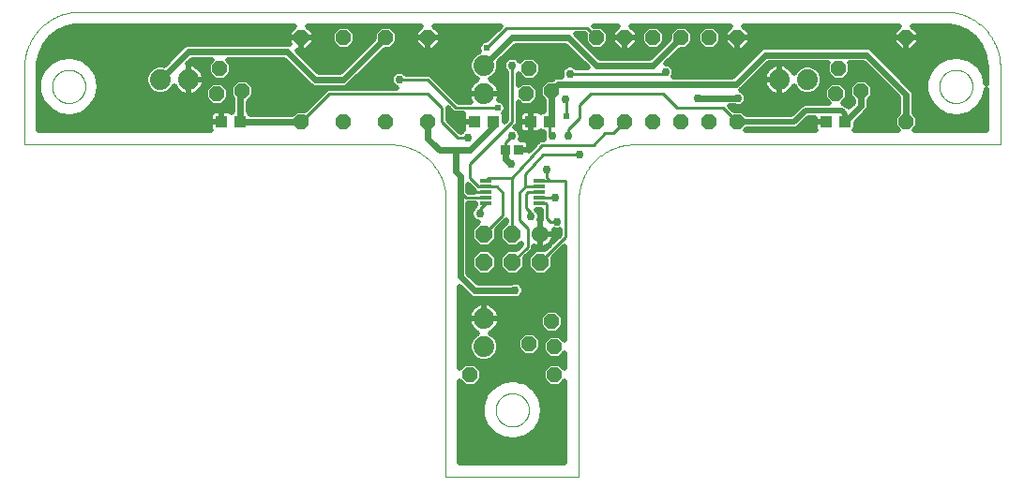
<source format=gtl>
G75*
%MOIN*%
%OFA0B0*%
%FSLAX25Y25*%
%IPPOS*%
%LPD*%
%AMOC8*
5,1,8,0,0,1.08239X$1,22.5*
%
%ADD10C,0.00004*%
%ADD11R,0.04331X0.03937*%
%ADD12OC8,0.05200*%
%ADD13C,0.06000*%
%ADD14OC8,0.06000*%
%ADD15C,0.07400*%
%ADD16R,0.04016X0.01181*%
%ADD17R,0.03346X0.03543*%
%ADD18C,0.02978*%
%ADD19C,0.01000*%
%ADD20C,0.02400*%
%ADD21C,0.02000*%
%ADD22C,0.02387*%
D10*
X0158378Y0010858D02*
X0158378Y0109283D01*
X0158372Y0109759D01*
X0158355Y0110234D01*
X0158326Y0110709D01*
X0158286Y0111183D01*
X0158234Y0111656D01*
X0158171Y0112127D01*
X0158097Y0112597D01*
X0158011Y0113065D01*
X0157914Y0113531D01*
X0157806Y0113994D01*
X0157687Y0114454D01*
X0157556Y0114912D01*
X0157415Y0115366D01*
X0157262Y0115817D01*
X0157099Y0116263D01*
X0156925Y0116706D01*
X0156740Y0117144D01*
X0156545Y0117578D01*
X0156339Y0118007D01*
X0156123Y0118431D01*
X0155897Y0118850D01*
X0155661Y0119263D01*
X0155415Y0119670D01*
X0155159Y0120071D01*
X0154893Y0120465D01*
X0154618Y0120854D01*
X0154334Y0121235D01*
X0154041Y0121609D01*
X0153739Y0121977D01*
X0153427Y0122337D01*
X0153108Y0122689D01*
X0152780Y0123033D01*
X0152443Y0123370D01*
X0152099Y0123698D01*
X0151747Y0124017D01*
X0151387Y0124329D01*
X0151019Y0124631D01*
X0150645Y0124924D01*
X0150264Y0125208D01*
X0149875Y0125483D01*
X0149481Y0125749D01*
X0149080Y0126005D01*
X0148673Y0126251D01*
X0148260Y0126487D01*
X0147841Y0126713D01*
X0147417Y0126929D01*
X0146988Y0127135D01*
X0146554Y0127330D01*
X0146116Y0127515D01*
X0145673Y0127689D01*
X0145227Y0127852D01*
X0144776Y0128005D01*
X0144322Y0128146D01*
X0143864Y0128277D01*
X0143404Y0128396D01*
X0142941Y0128504D01*
X0142475Y0128601D01*
X0142007Y0128687D01*
X0141537Y0128761D01*
X0141066Y0128824D01*
X0140593Y0128876D01*
X0140119Y0128916D01*
X0139644Y0128945D01*
X0139169Y0128962D01*
X0138693Y0128968D01*
X0138693Y0128969D02*
X0008569Y0128969D01*
X0008569Y0156528D01*
X0018411Y0149638D02*
X0018413Y0149791D01*
X0018419Y0149945D01*
X0018429Y0150098D01*
X0018443Y0150250D01*
X0018461Y0150403D01*
X0018483Y0150554D01*
X0018508Y0150705D01*
X0018538Y0150856D01*
X0018572Y0151006D01*
X0018609Y0151154D01*
X0018650Y0151302D01*
X0018695Y0151448D01*
X0018744Y0151594D01*
X0018797Y0151738D01*
X0018853Y0151880D01*
X0018913Y0152021D01*
X0018977Y0152161D01*
X0019044Y0152299D01*
X0019115Y0152435D01*
X0019190Y0152569D01*
X0019267Y0152701D01*
X0019349Y0152831D01*
X0019433Y0152959D01*
X0019521Y0153085D01*
X0019612Y0153208D01*
X0019706Y0153329D01*
X0019804Y0153447D01*
X0019904Y0153563D01*
X0020008Y0153676D01*
X0020114Y0153787D01*
X0020223Y0153895D01*
X0020335Y0154000D01*
X0020449Y0154101D01*
X0020567Y0154200D01*
X0020686Y0154296D01*
X0020808Y0154389D01*
X0020933Y0154478D01*
X0021060Y0154565D01*
X0021189Y0154647D01*
X0021320Y0154727D01*
X0021453Y0154803D01*
X0021588Y0154876D01*
X0021725Y0154945D01*
X0021864Y0155010D01*
X0022004Y0155072D01*
X0022146Y0155130D01*
X0022289Y0155185D01*
X0022434Y0155236D01*
X0022580Y0155283D01*
X0022727Y0155326D01*
X0022875Y0155365D01*
X0023024Y0155401D01*
X0023174Y0155432D01*
X0023325Y0155460D01*
X0023476Y0155484D01*
X0023629Y0155504D01*
X0023781Y0155520D01*
X0023934Y0155532D01*
X0024087Y0155540D01*
X0024240Y0155544D01*
X0024394Y0155544D01*
X0024547Y0155540D01*
X0024700Y0155532D01*
X0024853Y0155520D01*
X0025005Y0155504D01*
X0025158Y0155484D01*
X0025309Y0155460D01*
X0025460Y0155432D01*
X0025610Y0155401D01*
X0025759Y0155365D01*
X0025907Y0155326D01*
X0026054Y0155283D01*
X0026200Y0155236D01*
X0026345Y0155185D01*
X0026488Y0155130D01*
X0026630Y0155072D01*
X0026770Y0155010D01*
X0026909Y0154945D01*
X0027046Y0154876D01*
X0027181Y0154803D01*
X0027314Y0154727D01*
X0027445Y0154647D01*
X0027574Y0154565D01*
X0027701Y0154478D01*
X0027826Y0154389D01*
X0027948Y0154296D01*
X0028067Y0154200D01*
X0028185Y0154101D01*
X0028299Y0154000D01*
X0028411Y0153895D01*
X0028520Y0153787D01*
X0028626Y0153676D01*
X0028730Y0153563D01*
X0028830Y0153447D01*
X0028928Y0153329D01*
X0029022Y0153208D01*
X0029113Y0153085D01*
X0029201Y0152959D01*
X0029285Y0152831D01*
X0029367Y0152701D01*
X0029444Y0152569D01*
X0029519Y0152435D01*
X0029590Y0152299D01*
X0029657Y0152161D01*
X0029721Y0152021D01*
X0029781Y0151880D01*
X0029837Y0151738D01*
X0029890Y0151594D01*
X0029939Y0151448D01*
X0029984Y0151302D01*
X0030025Y0151154D01*
X0030062Y0151006D01*
X0030096Y0150856D01*
X0030126Y0150705D01*
X0030151Y0150554D01*
X0030173Y0150403D01*
X0030191Y0150250D01*
X0030205Y0150098D01*
X0030215Y0149945D01*
X0030221Y0149791D01*
X0030223Y0149638D01*
X0030221Y0149485D01*
X0030215Y0149331D01*
X0030205Y0149178D01*
X0030191Y0149026D01*
X0030173Y0148873D01*
X0030151Y0148722D01*
X0030126Y0148571D01*
X0030096Y0148420D01*
X0030062Y0148270D01*
X0030025Y0148122D01*
X0029984Y0147974D01*
X0029939Y0147828D01*
X0029890Y0147682D01*
X0029837Y0147538D01*
X0029781Y0147396D01*
X0029721Y0147255D01*
X0029657Y0147115D01*
X0029590Y0146977D01*
X0029519Y0146841D01*
X0029444Y0146707D01*
X0029367Y0146575D01*
X0029285Y0146445D01*
X0029201Y0146317D01*
X0029113Y0146191D01*
X0029022Y0146068D01*
X0028928Y0145947D01*
X0028830Y0145829D01*
X0028730Y0145713D01*
X0028626Y0145600D01*
X0028520Y0145489D01*
X0028411Y0145381D01*
X0028299Y0145276D01*
X0028185Y0145175D01*
X0028067Y0145076D01*
X0027948Y0144980D01*
X0027826Y0144887D01*
X0027701Y0144798D01*
X0027574Y0144711D01*
X0027445Y0144629D01*
X0027314Y0144549D01*
X0027181Y0144473D01*
X0027046Y0144400D01*
X0026909Y0144331D01*
X0026770Y0144266D01*
X0026630Y0144204D01*
X0026488Y0144146D01*
X0026345Y0144091D01*
X0026200Y0144040D01*
X0026054Y0143993D01*
X0025907Y0143950D01*
X0025759Y0143911D01*
X0025610Y0143875D01*
X0025460Y0143844D01*
X0025309Y0143816D01*
X0025158Y0143792D01*
X0025005Y0143772D01*
X0024853Y0143756D01*
X0024700Y0143744D01*
X0024547Y0143736D01*
X0024394Y0143732D01*
X0024240Y0143732D01*
X0024087Y0143736D01*
X0023934Y0143744D01*
X0023781Y0143756D01*
X0023629Y0143772D01*
X0023476Y0143792D01*
X0023325Y0143816D01*
X0023174Y0143844D01*
X0023024Y0143875D01*
X0022875Y0143911D01*
X0022727Y0143950D01*
X0022580Y0143993D01*
X0022434Y0144040D01*
X0022289Y0144091D01*
X0022146Y0144146D01*
X0022004Y0144204D01*
X0021864Y0144266D01*
X0021725Y0144331D01*
X0021588Y0144400D01*
X0021453Y0144473D01*
X0021320Y0144549D01*
X0021189Y0144629D01*
X0021060Y0144711D01*
X0020933Y0144798D01*
X0020808Y0144887D01*
X0020686Y0144980D01*
X0020567Y0145076D01*
X0020449Y0145175D01*
X0020335Y0145276D01*
X0020223Y0145381D01*
X0020114Y0145489D01*
X0020008Y0145600D01*
X0019904Y0145713D01*
X0019804Y0145829D01*
X0019706Y0145947D01*
X0019612Y0146068D01*
X0019521Y0146191D01*
X0019433Y0146317D01*
X0019349Y0146445D01*
X0019267Y0146575D01*
X0019190Y0146707D01*
X0019115Y0146841D01*
X0019044Y0146977D01*
X0018977Y0147115D01*
X0018913Y0147255D01*
X0018853Y0147396D01*
X0018797Y0147538D01*
X0018744Y0147682D01*
X0018695Y0147828D01*
X0018650Y0147974D01*
X0018609Y0148122D01*
X0018572Y0148270D01*
X0018538Y0148420D01*
X0018508Y0148571D01*
X0018483Y0148722D01*
X0018461Y0148873D01*
X0018443Y0149026D01*
X0018429Y0149178D01*
X0018419Y0149331D01*
X0018413Y0149485D01*
X0018411Y0149638D01*
X0008569Y0156528D02*
X0008575Y0157004D01*
X0008592Y0157479D01*
X0008621Y0157954D01*
X0008661Y0158428D01*
X0008713Y0158901D01*
X0008776Y0159372D01*
X0008850Y0159842D01*
X0008936Y0160310D01*
X0009033Y0160776D01*
X0009141Y0161239D01*
X0009260Y0161699D01*
X0009391Y0162157D01*
X0009532Y0162611D01*
X0009685Y0163062D01*
X0009848Y0163508D01*
X0010022Y0163951D01*
X0010207Y0164389D01*
X0010402Y0164823D01*
X0010608Y0165252D01*
X0010824Y0165676D01*
X0011050Y0166095D01*
X0011286Y0166508D01*
X0011532Y0166915D01*
X0011788Y0167316D01*
X0012054Y0167710D01*
X0012329Y0168099D01*
X0012613Y0168480D01*
X0012906Y0168854D01*
X0013208Y0169222D01*
X0013520Y0169582D01*
X0013839Y0169934D01*
X0014167Y0170278D01*
X0014504Y0170615D01*
X0014848Y0170943D01*
X0015200Y0171262D01*
X0015560Y0171574D01*
X0015928Y0171876D01*
X0016302Y0172169D01*
X0016683Y0172453D01*
X0017072Y0172728D01*
X0017466Y0172994D01*
X0017867Y0173250D01*
X0018274Y0173496D01*
X0018687Y0173732D01*
X0019106Y0173958D01*
X0019530Y0174174D01*
X0019959Y0174380D01*
X0020393Y0174575D01*
X0020831Y0174760D01*
X0021274Y0174934D01*
X0021720Y0175097D01*
X0022171Y0175250D01*
X0022625Y0175391D01*
X0023083Y0175522D01*
X0023543Y0175641D01*
X0024006Y0175749D01*
X0024472Y0175846D01*
X0024940Y0175932D01*
X0025410Y0176006D01*
X0025881Y0176069D01*
X0026354Y0176121D01*
X0026828Y0176161D01*
X0027303Y0176190D01*
X0027778Y0176207D01*
X0028254Y0176213D01*
X0335746Y0176213D01*
X0336222Y0176207D01*
X0336697Y0176190D01*
X0337172Y0176161D01*
X0337646Y0176121D01*
X0338119Y0176069D01*
X0338590Y0176006D01*
X0339060Y0175932D01*
X0339528Y0175846D01*
X0339994Y0175749D01*
X0340457Y0175641D01*
X0340917Y0175522D01*
X0341375Y0175391D01*
X0341829Y0175250D01*
X0342280Y0175097D01*
X0342726Y0174934D01*
X0343169Y0174760D01*
X0343607Y0174575D01*
X0344041Y0174380D01*
X0344470Y0174174D01*
X0344894Y0173958D01*
X0345313Y0173732D01*
X0345726Y0173496D01*
X0346133Y0173250D01*
X0346534Y0172994D01*
X0346928Y0172728D01*
X0347317Y0172453D01*
X0347698Y0172169D01*
X0348072Y0171876D01*
X0348440Y0171574D01*
X0348800Y0171262D01*
X0349152Y0170943D01*
X0349496Y0170615D01*
X0349833Y0170278D01*
X0350161Y0169934D01*
X0350480Y0169582D01*
X0350792Y0169222D01*
X0351094Y0168854D01*
X0351387Y0168480D01*
X0351671Y0168099D01*
X0351946Y0167710D01*
X0352212Y0167316D01*
X0352468Y0166915D01*
X0352714Y0166508D01*
X0352950Y0166095D01*
X0353176Y0165676D01*
X0353392Y0165252D01*
X0353598Y0164823D01*
X0353793Y0164389D01*
X0353978Y0163951D01*
X0354152Y0163508D01*
X0354315Y0163062D01*
X0354468Y0162611D01*
X0354609Y0162157D01*
X0354740Y0161699D01*
X0354859Y0161239D01*
X0354967Y0160776D01*
X0355064Y0160310D01*
X0355150Y0159842D01*
X0355224Y0159372D01*
X0355287Y0158901D01*
X0355339Y0158428D01*
X0355379Y0157954D01*
X0355408Y0157479D01*
X0355425Y0157004D01*
X0355431Y0156528D01*
X0355431Y0128969D01*
X0225307Y0128969D01*
X0225307Y0128968D02*
X0224831Y0128962D01*
X0224356Y0128945D01*
X0223881Y0128916D01*
X0223407Y0128876D01*
X0222934Y0128824D01*
X0222463Y0128761D01*
X0221993Y0128687D01*
X0221525Y0128601D01*
X0221059Y0128504D01*
X0220596Y0128396D01*
X0220136Y0128277D01*
X0219678Y0128146D01*
X0219224Y0128005D01*
X0218773Y0127852D01*
X0218327Y0127689D01*
X0217884Y0127515D01*
X0217446Y0127330D01*
X0217012Y0127135D01*
X0216583Y0126929D01*
X0216159Y0126713D01*
X0215740Y0126487D01*
X0215327Y0126251D01*
X0214920Y0126005D01*
X0214519Y0125749D01*
X0214125Y0125483D01*
X0213736Y0125208D01*
X0213355Y0124924D01*
X0212981Y0124631D01*
X0212613Y0124329D01*
X0212253Y0124017D01*
X0211901Y0123698D01*
X0211557Y0123370D01*
X0211220Y0123033D01*
X0210892Y0122689D01*
X0210573Y0122337D01*
X0210261Y0121977D01*
X0209959Y0121609D01*
X0209666Y0121235D01*
X0209382Y0120854D01*
X0209107Y0120465D01*
X0208841Y0120071D01*
X0208585Y0119670D01*
X0208339Y0119263D01*
X0208103Y0118850D01*
X0207877Y0118431D01*
X0207661Y0118007D01*
X0207455Y0117578D01*
X0207260Y0117144D01*
X0207075Y0116706D01*
X0206901Y0116263D01*
X0206738Y0115817D01*
X0206585Y0115366D01*
X0206444Y0114912D01*
X0206313Y0114454D01*
X0206194Y0113994D01*
X0206086Y0113531D01*
X0205989Y0113065D01*
X0205903Y0112597D01*
X0205829Y0112127D01*
X0205766Y0111656D01*
X0205714Y0111183D01*
X0205674Y0110709D01*
X0205645Y0110234D01*
X0205628Y0109759D01*
X0205622Y0109283D01*
X0205622Y0010858D01*
X0158378Y0010858D01*
X0176094Y0034480D02*
X0176096Y0034633D01*
X0176102Y0034787D01*
X0176112Y0034940D01*
X0176126Y0035092D01*
X0176144Y0035245D01*
X0176166Y0035396D01*
X0176191Y0035547D01*
X0176221Y0035698D01*
X0176255Y0035848D01*
X0176292Y0035996D01*
X0176333Y0036144D01*
X0176378Y0036290D01*
X0176427Y0036436D01*
X0176480Y0036580D01*
X0176536Y0036722D01*
X0176596Y0036863D01*
X0176660Y0037003D01*
X0176727Y0037141D01*
X0176798Y0037277D01*
X0176873Y0037411D01*
X0176950Y0037543D01*
X0177032Y0037673D01*
X0177116Y0037801D01*
X0177204Y0037927D01*
X0177295Y0038050D01*
X0177389Y0038171D01*
X0177487Y0038289D01*
X0177587Y0038405D01*
X0177691Y0038518D01*
X0177797Y0038629D01*
X0177906Y0038737D01*
X0178018Y0038842D01*
X0178132Y0038943D01*
X0178250Y0039042D01*
X0178369Y0039138D01*
X0178491Y0039231D01*
X0178616Y0039320D01*
X0178743Y0039407D01*
X0178872Y0039489D01*
X0179003Y0039569D01*
X0179136Y0039645D01*
X0179271Y0039718D01*
X0179408Y0039787D01*
X0179547Y0039852D01*
X0179687Y0039914D01*
X0179829Y0039972D01*
X0179972Y0040027D01*
X0180117Y0040078D01*
X0180263Y0040125D01*
X0180410Y0040168D01*
X0180558Y0040207D01*
X0180707Y0040243D01*
X0180857Y0040274D01*
X0181008Y0040302D01*
X0181159Y0040326D01*
X0181312Y0040346D01*
X0181464Y0040362D01*
X0181617Y0040374D01*
X0181770Y0040382D01*
X0181923Y0040386D01*
X0182077Y0040386D01*
X0182230Y0040382D01*
X0182383Y0040374D01*
X0182536Y0040362D01*
X0182688Y0040346D01*
X0182841Y0040326D01*
X0182992Y0040302D01*
X0183143Y0040274D01*
X0183293Y0040243D01*
X0183442Y0040207D01*
X0183590Y0040168D01*
X0183737Y0040125D01*
X0183883Y0040078D01*
X0184028Y0040027D01*
X0184171Y0039972D01*
X0184313Y0039914D01*
X0184453Y0039852D01*
X0184592Y0039787D01*
X0184729Y0039718D01*
X0184864Y0039645D01*
X0184997Y0039569D01*
X0185128Y0039489D01*
X0185257Y0039407D01*
X0185384Y0039320D01*
X0185509Y0039231D01*
X0185631Y0039138D01*
X0185750Y0039042D01*
X0185868Y0038943D01*
X0185982Y0038842D01*
X0186094Y0038737D01*
X0186203Y0038629D01*
X0186309Y0038518D01*
X0186413Y0038405D01*
X0186513Y0038289D01*
X0186611Y0038171D01*
X0186705Y0038050D01*
X0186796Y0037927D01*
X0186884Y0037801D01*
X0186968Y0037673D01*
X0187050Y0037543D01*
X0187127Y0037411D01*
X0187202Y0037277D01*
X0187273Y0037141D01*
X0187340Y0037003D01*
X0187404Y0036863D01*
X0187464Y0036722D01*
X0187520Y0036580D01*
X0187573Y0036436D01*
X0187622Y0036290D01*
X0187667Y0036144D01*
X0187708Y0035996D01*
X0187745Y0035848D01*
X0187779Y0035698D01*
X0187809Y0035547D01*
X0187834Y0035396D01*
X0187856Y0035245D01*
X0187874Y0035092D01*
X0187888Y0034940D01*
X0187898Y0034787D01*
X0187904Y0034633D01*
X0187906Y0034480D01*
X0187904Y0034327D01*
X0187898Y0034173D01*
X0187888Y0034020D01*
X0187874Y0033868D01*
X0187856Y0033715D01*
X0187834Y0033564D01*
X0187809Y0033413D01*
X0187779Y0033262D01*
X0187745Y0033112D01*
X0187708Y0032964D01*
X0187667Y0032816D01*
X0187622Y0032670D01*
X0187573Y0032524D01*
X0187520Y0032380D01*
X0187464Y0032238D01*
X0187404Y0032097D01*
X0187340Y0031957D01*
X0187273Y0031819D01*
X0187202Y0031683D01*
X0187127Y0031549D01*
X0187050Y0031417D01*
X0186968Y0031287D01*
X0186884Y0031159D01*
X0186796Y0031033D01*
X0186705Y0030910D01*
X0186611Y0030789D01*
X0186513Y0030671D01*
X0186413Y0030555D01*
X0186309Y0030442D01*
X0186203Y0030331D01*
X0186094Y0030223D01*
X0185982Y0030118D01*
X0185868Y0030017D01*
X0185750Y0029918D01*
X0185631Y0029822D01*
X0185509Y0029729D01*
X0185384Y0029640D01*
X0185257Y0029553D01*
X0185128Y0029471D01*
X0184997Y0029391D01*
X0184864Y0029315D01*
X0184729Y0029242D01*
X0184592Y0029173D01*
X0184453Y0029108D01*
X0184313Y0029046D01*
X0184171Y0028988D01*
X0184028Y0028933D01*
X0183883Y0028882D01*
X0183737Y0028835D01*
X0183590Y0028792D01*
X0183442Y0028753D01*
X0183293Y0028717D01*
X0183143Y0028686D01*
X0182992Y0028658D01*
X0182841Y0028634D01*
X0182688Y0028614D01*
X0182536Y0028598D01*
X0182383Y0028586D01*
X0182230Y0028578D01*
X0182077Y0028574D01*
X0181923Y0028574D01*
X0181770Y0028578D01*
X0181617Y0028586D01*
X0181464Y0028598D01*
X0181312Y0028614D01*
X0181159Y0028634D01*
X0181008Y0028658D01*
X0180857Y0028686D01*
X0180707Y0028717D01*
X0180558Y0028753D01*
X0180410Y0028792D01*
X0180263Y0028835D01*
X0180117Y0028882D01*
X0179972Y0028933D01*
X0179829Y0028988D01*
X0179687Y0029046D01*
X0179547Y0029108D01*
X0179408Y0029173D01*
X0179271Y0029242D01*
X0179136Y0029315D01*
X0179003Y0029391D01*
X0178872Y0029471D01*
X0178743Y0029553D01*
X0178616Y0029640D01*
X0178491Y0029729D01*
X0178369Y0029822D01*
X0178250Y0029918D01*
X0178132Y0030017D01*
X0178018Y0030118D01*
X0177906Y0030223D01*
X0177797Y0030331D01*
X0177691Y0030442D01*
X0177587Y0030555D01*
X0177487Y0030671D01*
X0177389Y0030789D01*
X0177295Y0030910D01*
X0177204Y0031033D01*
X0177116Y0031159D01*
X0177032Y0031287D01*
X0176950Y0031417D01*
X0176873Y0031549D01*
X0176798Y0031683D01*
X0176727Y0031819D01*
X0176660Y0031957D01*
X0176596Y0032097D01*
X0176536Y0032238D01*
X0176480Y0032380D01*
X0176427Y0032524D01*
X0176378Y0032670D01*
X0176333Y0032816D01*
X0176292Y0032964D01*
X0176255Y0033112D01*
X0176221Y0033262D01*
X0176191Y0033413D01*
X0176166Y0033564D01*
X0176144Y0033715D01*
X0176126Y0033868D01*
X0176112Y0034020D01*
X0176102Y0034173D01*
X0176096Y0034327D01*
X0176094Y0034480D01*
X0333777Y0149638D02*
X0333779Y0149791D01*
X0333785Y0149945D01*
X0333795Y0150098D01*
X0333809Y0150250D01*
X0333827Y0150403D01*
X0333849Y0150554D01*
X0333874Y0150705D01*
X0333904Y0150856D01*
X0333938Y0151006D01*
X0333975Y0151154D01*
X0334016Y0151302D01*
X0334061Y0151448D01*
X0334110Y0151594D01*
X0334163Y0151738D01*
X0334219Y0151880D01*
X0334279Y0152021D01*
X0334343Y0152161D01*
X0334410Y0152299D01*
X0334481Y0152435D01*
X0334556Y0152569D01*
X0334633Y0152701D01*
X0334715Y0152831D01*
X0334799Y0152959D01*
X0334887Y0153085D01*
X0334978Y0153208D01*
X0335072Y0153329D01*
X0335170Y0153447D01*
X0335270Y0153563D01*
X0335374Y0153676D01*
X0335480Y0153787D01*
X0335589Y0153895D01*
X0335701Y0154000D01*
X0335815Y0154101D01*
X0335933Y0154200D01*
X0336052Y0154296D01*
X0336174Y0154389D01*
X0336299Y0154478D01*
X0336426Y0154565D01*
X0336555Y0154647D01*
X0336686Y0154727D01*
X0336819Y0154803D01*
X0336954Y0154876D01*
X0337091Y0154945D01*
X0337230Y0155010D01*
X0337370Y0155072D01*
X0337512Y0155130D01*
X0337655Y0155185D01*
X0337800Y0155236D01*
X0337946Y0155283D01*
X0338093Y0155326D01*
X0338241Y0155365D01*
X0338390Y0155401D01*
X0338540Y0155432D01*
X0338691Y0155460D01*
X0338842Y0155484D01*
X0338995Y0155504D01*
X0339147Y0155520D01*
X0339300Y0155532D01*
X0339453Y0155540D01*
X0339606Y0155544D01*
X0339760Y0155544D01*
X0339913Y0155540D01*
X0340066Y0155532D01*
X0340219Y0155520D01*
X0340371Y0155504D01*
X0340524Y0155484D01*
X0340675Y0155460D01*
X0340826Y0155432D01*
X0340976Y0155401D01*
X0341125Y0155365D01*
X0341273Y0155326D01*
X0341420Y0155283D01*
X0341566Y0155236D01*
X0341711Y0155185D01*
X0341854Y0155130D01*
X0341996Y0155072D01*
X0342136Y0155010D01*
X0342275Y0154945D01*
X0342412Y0154876D01*
X0342547Y0154803D01*
X0342680Y0154727D01*
X0342811Y0154647D01*
X0342940Y0154565D01*
X0343067Y0154478D01*
X0343192Y0154389D01*
X0343314Y0154296D01*
X0343433Y0154200D01*
X0343551Y0154101D01*
X0343665Y0154000D01*
X0343777Y0153895D01*
X0343886Y0153787D01*
X0343992Y0153676D01*
X0344096Y0153563D01*
X0344196Y0153447D01*
X0344294Y0153329D01*
X0344388Y0153208D01*
X0344479Y0153085D01*
X0344567Y0152959D01*
X0344651Y0152831D01*
X0344733Y0152701D01*
X0344810Y0152569D01*
X0344885Y0152435D01*
X0344956Y0152299D01*
X0345023Y0152161D01*
X0345087Y0152021D01*
X0345147Y0151880D01*
X0345203Y0151738D01*
X0345256Y0151594D01*
X0345305Y0151448D01*
X0345350Y0151302D01*
X0345391Y0151154D01*
X0345428Y0151006D01*
X0345462Y0150856D01*
X0345492Y0150705D01*
X0345517Y0150554D01*
X0345539Y0150403D01*
X0345557Y0150250D01*
X0345571Y0150098D01*
X0345581Y0149945D01*
X0345587Y0149791D01*
X0345589Y0149638D01*
X0345587Y0149485D01*
X0345581Y0149331D01*
X0345571Y0149178D01*
X0345557Y0149026D01*
X0345539Y0148873D01*
X0345517Y0148722D01*
X0345492Y0148571D01*
X0345462Y0148420D01*
X0345428Y0148270D01*
X0345391Y0148122D01*
X0345350Y0147974D01*
X0345305Y0147828D01*
X0345256Y0147682D01*
X0345203Y0147538D01*
X0345147Y0147396D01*
X0345087Y0147255D01*
X0345023Y0147115D01*
X0344956Y0146977D01*
X0344885Y0146841D01*
X0344810Y0146707D01*
X0344733Y0146575D01*
X0344651Y0146445D01*
X0344567Y0146317D01*
X0344479Y0146191D01*
X0344388Y0146068D01*
X0344294Y0145947D01*
X0344196Y0145829D01*
X0344096Y0145713D01*
X0343992Y0145600D01*
X0343886Y0145489D01*
X0343777Y0145381D01*
X0343665Y0145276D01*
X0343551Y0145175D01*
X0343433Y0145076D01*
X0343314Y0144980D01*
X0343192Y0144887D01*
X0343067Y0144798D01*
X0342940Y0144711D01*
X0342811Y0144629D01*
X0342680Y0144549D01*
X0342547Y0144473D01*
X0342412Y0144400D01*
X0342275Y0144331D01*
X0342136Y0144266D01*
X0341996Y0144204D01*
X0341854Y0144146D01*
X0341711Y0144091D01*
X0341566Y0144040D01*
X0341420Y0143993D01*
X0341273Y0143950D01*
X0341125Y0143911D01*
X0340976Y0143875D01*
X0340826Y0143844D01*
X0340675Y0143816D01*
X0340524Y0143792D01*
X0340371Y0143772D01*
X0340219Y0143756D01*
X0340066Y0143744D01*
X0339913Y0143736D01*
X0339760Y0143732D01*
X0339606Y0143732D01*
X0339453Y0143736D01*
X0339300Y0143744D01*
X0339147Y0143756D01*
X0338995Y0143772D01*
X0338842Y0143792D01*
X0338691Y0143816D01*
X0338540Y0143844D01*
X0338390Y0143875D01*
X0338241Y0143911D01*
X0338093Y0143950D01*
X0337946Y0143993D01*
X0337800Y0144040D01*
X0337655Y0144091D01*
X0337512Y0144146D01*
X0337370Y0144204D01*
X0337230Y0144266D01*
X0337091Y0144331D01*
X0336954Y0144400D01*
X0336819Y0144473D01*
X0336686Y0144549D01*
X0336555Y0144629D01*
X0336426Y0144711D01*
X0336299Y0144798D01*
X0336174Y0144887D01*
X0336052Y0144980D01*
X0335933Y0145076D01*
X0335815Y0145175D01*
X0335701Y0145276D01*
X0335589Y0145381D01*
X0335480Y0145489D01*
X0335374Y0145600D01*
X0335270Y0145713D01*
X0335170Y0145829D01*
X0335072Y0145947D01*
X0334978Y0146068D01*
X0334887Y0146191D01*
X0334799Y0146317D01*
X0334715Y0146445D01*
X0334633Y0146575D01*
X0334556Y0146707D01*
X0334481Y0146841D01*
X0334410Y0146977D01*
X0334343Y0147115D01*
X0334279Y0147255D01*
X0334219Y0147396D01*
X0334163Y0147538D01*
X0334110Y0147682D01*
X0334061Y0147828D01*
X0334016Y0147974D01*
X0333975Y0148122D01*
X0333938Y0148270D01*
X0333904Y0148420D01*
X0333874Y0148571D01*
X0333849Y0148722D01*
X0333827Y0148873D01*
X0333809Y0149026D01*
X0333795Y0149178D01*
X0333785Y0149331D01*
X0333779Y0149485D01*
X0333777Y0149638D01*
D11*
X0300346Y0137000D03*
X0293654Y0137000D03*
X0195346Y0137000D03*
X0188654Y0137000D03*
X0175346Y0137000D03*
X0168654Y0137000D03*
X0085346Y0137000D03*
X0078654Y0137000D03*
D12*
X0077000Y0147000D03*
X0086000Y0148000D03*
X0078000Y0156000D03*
X0107000Y0167000D03*
X0122000Y0167000D03*
X0137000Y0167000D03*
X0152000Y0167000D03*
X0188000Y0156000D03*
X0196000Y0148000D03*
X0187000Y0147000D03*
X0212000Y0137000D03*
X0222000Y0137000D03*
X0232000Y0137000D03*
X0242000Y0137000D03*
X0252000Y0137000D03*
X0262000Y0137000D03*
X0297000Y0147000D03*
X0306000Y0148000D03*
X0298000Y0156000D03*
X0322000Y0167000D03*
X0322000Y0137000D03*
X0262000Y0167000D03*
X0252000Y0167000D03*
X0242000Y0167000D03*
X0232000Y0167000D03*
X0222000Y0167000D03*
X0212000Y0167000D03*
X0152000Y0137000D03*
X0137000Y0137000D03*
X0122000Y0137000D03*
X0107000Y0137000D03*
X0196000Y0066000D03*
X0197000Y0057000D03*
X0188000Y0058000D03*
X0197000Y0047000D03*
X0167000Y0047000D03*
D13*
X0192000Y0097000D03*
D14*
X0182000Y0097000D03*
X0172000Y0097000D03*
X0172000Y0087000D03*
X0182000Y0087000D03*
X0192000Y0087000D03*
D15*
X0172000Y0067000D03*
X0172000Y0057000D03*
X0172000Y0147000D03*
X0172000Y0157000D03*
X0067000Y0152000D03*
X0057000Y0152000D03*
X0277000Y0152000D03*
X0287000Y0152000D03*
D16*
X0191449Y0115937D03*
X0191449Y0113969D03*
X0191449Y0112000D03*
X0191449Y0110031D03*
X0191449Y0108063D03*
X0172551Y0108063D03*
X0172551Y0110031D03*
X0172551Y0112000D03*
X0172551Y0113969D03*
X0172551Y0115937D03*
D17*
X0179717Y0127000D03*
X0184283Y0127000D03*
D18*
X0182000Y0132000D03*
X0196178Y0132000D03*
X0202000Y0132000D03*
X0205833Y0125362D03*
X0194119Y0119892D03*
X0181552Y0122021D03*
X0166100Y0131400D03*
X0201047Y0145015D03*
X0202500Y0154200D03*
X0182000Y0157000D03*
X0142000Y0152000D03*
X0197108Y0110100D03*
X0188700Y0103500D03*
X0197797Y0101515D03*
X0170400Y0104300D03*
X0183000Y0077000D03*
X0247800Y0145400D03*
X0262200Y0145400D03*
X0236500Y0154611D03*
D19*
X0236089Y0154200D01*
X0202500Y0154200D01*
X0209900Y0147000D02*
X0235661Y0147000D01*
X0240661Y0142000D01*
X0257000Y0142000D01*
X0262000Y0137000D01*
X0222000Y0137000D02*
X0217937Y0132937D01*
X0215056Y0132937D01*
X0210819Y0128700D01*
X0192600Y0128700D01*
X0192300Y0128400D01*
X0182000Y0117000D01*
X0182000Y0097000D01*
X0184400Y0102000D02*
X0187400Y0099000D01*
X0187400Y0092400D01*
X0182000Y0087000D01*
X0192000Y0087000D02*
X0200937Y0095937D01*
X0200937Y0115937D01*
X0195300Y0115937D01*
X0194119Y0117118D01*
X0194119Y0119892D01*
X0195300Y0115937D02*
X0191449Y0115937D01*
X0191449Y0113969D02*
X0186569Y0113969D01*
X0186569Y0118269D01*
X0192862Y0125362D01*
X0205833Y0125362D01*
X0202000Y0132000D02*
X0202000Y0134500D01*
X0206000Y0138500D01*
X0206000Y0143100D01*
X0209900Y0147000D01*
X0201100Y0144963D02*
X0201047Y0145015D01*
X0201100Y0144963D02*
X0201100Y0139000D01*
X0195346Y0137000D02*
X0195346Y0132831D01*
X0196178Y0132000D01*
X0188500Y0130000D02*
X0188500Y0136846D01*
X0188654Y0137000D01*
X0182000Y0137000D02*
X0167000Y0122000D01*
X0167000Y0117000D01*
X0170031Y0113969D01*
X0172551Y0113969D01*
X0176531Y0113969D01*
X0178700Y0111800D01*
X0178700Y0103700D01*
X0172000Y0097000D01*
X0170400Y0104300D02*
X0170400Y0105912D01*
X0172551Y0108063D01*
X0172551Y0110031D02*
X0165548Y0110031D01*
X0163580Y0112000D01*
X0167100Y0112900D02*
X0168000Y0112000D01*
X0172551Y0112000D01*
X0172551Y0115937D02*
X0172553Y0116001D01*
X0172559Y0116065D01*
X0172568Y0116129D01*
X0172582Y0116191D01*
X0172599Y0116253D01*
X0172620Y0116314D01*
X0172645Y0116373D01*
X0172673Y0116431D01*
X0172704Y0116487D01*
X0172739Y0116541D01*
X0172777Y0116593D01*
X0172818Y0116642D01*
X0172862Y0116689D01*
X0172909Y0116733D01*
X0172958Y0116774D01*
X0173010Y0116812D01*
X0173064Y0116847D01*
X0173120Y0116878D01*
X0173178Y0116906D01*
X0173237Y0116931D01*
X0173298Y0116952D01*
X0173360Y0116969D01*
X0173422Y0116983D01*
X0173486Y0116992D01*
X0173550Y0116998D01*
X0173614Y0117000D01*
X0182000Y0117000D01*
X0186569Y0113969D02*
X0184400Y0111800D01*
X0184400Y0102000D01*
X0188700Y0103500D02*
X0188700Y0104801D01*
X0187038Y0106463D01*
X0187038Y0111503D01*
X0187535Y0112000D01*
X0191449Y0112000D01*
X0191449Y0110031D02*
X0197040Y0110031D01*
X0197108Y0110100D01*
X0194165Y0107770D02*
X0194165Y0102805D01*
X0195455Y0101515D01*
X0197797Y0101515D01*
X0194165Y0107770D02*
X0193873Y0108063D01*
X0191449Y0108063D01*
X0179717Y0127000D02*
X0179717Y0129717D01*
X0182000Y0132000D01*
X0182000Y0137000D02*
X0182000Y0157000D01*
X0172800Y0163300D02*
X0179900Y0170400D01*
X0208600Y0170400D01*
X0212000Y0167000D01*
X0177000Y0142000D02*
X0162000Y0142000D01*
X0152000Y0152000D01*
X0142000Y0152000D01*
X0152000Y0147000D02*
X0117000Y0147000D01*
X0107000Y0137000D01*
X0152000Y0147000D02*
X0157000Y0142000D01*
X0157000Y0137000D01*
X0162600Y0131400D01*
X0166100Y0131400D01*
D20*
X0167000Y0127000D02*
X0162000Y0127000D01*
X0156296Y0127000D01*
X0153775Y0129116D01*
X0152000Y0130891D01*
X0152000Y0137000D01*
X0162000Y0127000D02*
X0162000Y0119334D01*
X0163580Y0117754D01*
X0163580Y0112000D01*
X0163580Y0082000D01*
X0168580Y0077000D01*
X0183000Y0077000D01*
X0181552Y0122021D02*
X0179717Y0123856D01*
X0179717Y0127000D01*
X0175346Y0135346D02*
X0167000Y0127000D01*
X0175346Y0135346D02*
X0175346Y0137000D01*
X0195346Y0137000D02*
X0196000Y0137654D01*
X0196000Y0148000D01*
X0198289Y0150289D01*
X0261439Y0150289D01*
X0272000Y0160850D01*
X0307900Y0160850D01*
X0322000Y0146750D01*
X0322000Y0137000D01*
X0306000Y0142654D02*
X0300346Y0137000D01*
X0300333Y0137000D01*
X0306000Y0142654D02*
X0306000Y0148000D01*
X0262200Y0145400D02*
X0247800Y0145400D01*
X0232000Y0157000D02*
X0242000Y0167000D01*
X0232000Y0157000D02*
X0212000Y0157000D01*
X0202000Y0167000D01*
X0182000Y0167000D01*
X0172000Y0157000D01*
X0137000Y0167000D02*
X0122000Y0152000D01*
X0112000Y0152000D01*
X0102000Y0162000D01*
X0067000Y0162000D01*
X0057000Y0152000D01*
X0085346Y0147346D02*
X0085346Y0137000D01*
X0107000Y0137000D01*
X0086000Y0148000D02*
X0085346Y0147346D01*
D21*
X0082546Y0145514D02*
X0082546Y0140568D01*
X0082518Y0140568D01*
X0082283Y0140333D01*
X0082047Y0140569D01*
X0081591Y0140832D01*
X0081082Y0140968D01*
X0078654Y0140968D01*
X0078654Y0137000D01*
X0078653Y0137000D01*
X0074488Y0137000D01*
X0078653Y0137000D01*
X0078653Y0137000D01*
X0078653Y0140968D01*
X0076225Y0140968D01*
X0075716Y0140832D01*
X0075260Y0140569D01*
X0074888Y0140197D01*
X0074624Y0139740D01*
X0074488Y0139232D01*
X0074488Y0137000D01*
X0074488Y0134768D01*
X0074624Y0134260D01*
X0074791Y0133970D01*
X0013571Y0133970D01*
X0013571Y0156528D01*
X0013663Y0158172D01*
X0013663Y0158172D01*
X0014395Y0161377D01*
X0015822Y0164339D01*
X0017872Y0166910D01*
X0020442Y0168960D01*
X0023405Y0170387D01*
X0026610Y0171118D01*
X0028254Y0171211D01*
X0104705Y0171211D01*
X0102400Y0168905D01*
X0102400Y0167000D01*
X0107000Y0167000D01*
X0111600Y0167000D01*
X0111600Y0168905D01*
X0109295Y0171211D01*
X0149705Y0171211D01*
X0147400Y0168905D01*
X0147400Y0167000D01*
X0152000Y0167000D01*
X0156600Y0167000D01*
X0156600Y0168905D01*
X0154295Y0171211D01*
X0177741Y0171211D01*
X0172624Y0166094D01*
X0172244Y0166094D01*
X0171217Y0165668D01*
X0170432Y0164882D01*
X0170006Y0163856D01*
X0170006Y0162744D01*
X0170301Y0162033D01*
X0168998Y0161493D01*
X0167507Y0160002D01*
X0166700Y0158054D01*
X0166700Y0155946D01*
X0167507Y0153998D01*
X0168998Y0152507D01*
X0169690Y0152220D01*
X0169013Y0151875D01*
X0168287Y0151348D01*
X0167652Y0150713D01*
X0167125Y0149987D01*
X0166718Y0149188D01*
X0166440Y0148335D01*
X0166300Y0147449D01*
X0166300Y0147000D01*
X0172000Y0147000D01*
X0177700Y0147000D01*
X0177700Y0147449D01*
X0177560Y0148335D01*
X0177282Y0149188D01*
X0176875Y0149987D01*
X0176348Y0150713D01*
X0175713Y0151348D01*
X0174987Y0151875D01*
X0174310Y0152220D01*
X0175002Y0152507D01*
X0176493Y0153998D01*
X0177300Y0155946D01*
X0177300Y0158054D01*
X0177216Y0158256D01*
X0183160Y0164200D01*
X0200840Y0164200D01*
X0208740Y0156300D01*
X0204768Y0156300D01*
X0204250Y0156819D01*
X0203114Y0157289D01*
X0201886Y0157289D01*
X0200750Y0156819D01*
X0199881Y0155950D01*
X0199411Y0154814D01*
X0199411Y0153586D01*
X0199617Y0153089D01*
X0197732Y0153089D01*
X0196703Y0152663D01*
X0196240Y0152200D01*
X0194260Y0152200D01*
X0191800Y0149740D01*
X0191800Y0146260D01*
X0193200Y0144860D01*
X0193200Y0140568D01*
X0192518Y0140568D01*
X0192283Y0140333D01*
X0192047Y0140569D01*
X0191591Y0140832D01*
X0191082Y0140968D01*
X0188654Y0140968D01*
X0188654Y0137000D01*
X0188654Y0133031D01*
X0191082Y0133031D01*
X0191591Y0133168D01*
X0192047Y0133431D01*
X0192283Y0133667D01*
X0192518Y0133431D01*
X0193246Y0133431D01*
X0193246Y0132995D01*
X0193089Y0132614D01*
X0193089Y0131386D01*
X0193332Y0130800D01*
X0191730Y0130800D01*
X0191387Y0130456D01*
X0191325Y0130453D01*
X0190778Y0129847D01*
X0190500Y0129570D01*
X0190500Y0129570D01*
X0190200Y0129270D01*
X0190200Y0129208D01*
X0187957Y0126725D01*
X0187957Y0127000D01*
X0187957Y0129035D01*
X0187820Y0129544D01*
X0187557Y0130000D01*
X0187185Y0130372D01*
X0186729Y0130635D01*
X0186220Y0130772D01*
X0184835Y0130772D01*
X0185089Y0131386D01*
X0185089Y0132614D01*
X0184619Y0133750D01*
X0183750Y0134619D01*
X0182929Y0134959D01*
X0184100Y0136130D01*
X0184100Y0143960D01*
X0185260Y0142800D01*
X0188740Y0142800D01*
X0191200Y0145260D01*
X0191200Y0148740D01*
X0188740Y0151200D01*
X0185260Y0151200D01*
X0184100Y0150040D01*
X0184100Y0153960D01*
X0186260Y0151800D01*
X0189740Y0151800D01*
X0192200Y0154260D01*
X0192200Y0157740D01*
X0189740Y0160200D01*
X0186260Y0160200D01*
X0184675Y0158614D01*
X0184619Y0158750D01*
X0183750Y0159619D01*
X0182614Y0160089D01*
X0181386Y0160089D01*
X0180250Y0159619D01*
X0179381Y0158750D01*
X0178911Y0157614D01*
X0178911Y0156386D01*
X0179381Y0155250D01*
X0179900Y0154732D01*
X0179900Y0137870D01*
X0179112Y0137082D01*
X0179112Y0139631D01*
X0178847Y0139896D01*
X0179368Y0140417D01*
X0179794Y0141444D01*
X0179794Y0142556D01*
X0179368Y0143582D01*
X0178582Y0144368D01*
X0177556Y0144794D01*
X0177273Y0144794D01*
X0177282Y0144812D01*
X0177560Y0145665D01*
X0177700Y0146551D01*
X0177700Y0147000D01*
X0172000Y0147000D01*
X0172000Y0147000D01*
X0172000Y0147000D01*
X0166300Y0147000D01*
X0166300Y0146551D01*
X0166440Y0145665D01*
X0166718Y0144812D01*
X0167080Y0144100D01*
X0162870Y0144100D01*
X0152870Y0154100D01*
X0144268Y0154100D01*
X0143750Y0154619D01*
X0142614Y0155089D01*
X0141386Y0155089D01*
X0140250Y0154619D01*
X0139381Y0153750D01*
X0138911Y0152614D01*
X0138911Y0151386D01*
X0139381Y0150250D01*
X0140250Y0149381D01*
X0140929Y0149100D01*
X0116130Y0149100D01*
X0108230Y0141200D01*
X0105260Y0141200D01*
X0103860Y0139800D01*
X0088943Y0139800D01*
X0088175Y0140568D01*
X0088146Y0140568D01*
X0088146Y0144207D01*
X0090200Y0146260D01*
X0090200Y0149740D01*
X0087740Y0152200D01*
X0084260Y0152200D01*
X0081800Y0149740D01*
X0081800Y0146260D01*
X0082546Y0145514D01*
X0082546Y0144801D02*
X0080740Y0144801D01*
X0081200Y0145260D02*
X0078740Y0142800D01*
X0075260Y0142800D01*
X0072800Y0145260D01*
X0072800Y0148740D01*
X0075260Y0151200D01*
X0078740Y0151200D01*
X0081200Y0148740D01*
X0081200Y0145260D01*
X0081200Y0146799D02*
X0081800Y0146799D01*
X0081800Y0148798D02*
X0081142Y0148798D01*
X0082856Y0150796D02*
X0079144Y0150796D01*
X0079740Y0151800D02*
X0076260Y0151800D01*
X0073800Y0154260D01*
X0073800Y0157740D01*
X0075260Y0159200D01*
X0068160Y0159200D01*
X0066660Y0157700D01*
X0067000Y0157700D01*
X0067000Y0152000D01*
X0067000Y0152000D01*
X0072700Y0152000D01*
X0072700Y0152449D01*
X0072560Y0153335D01*
X0072282Y0154188D01*
X0071875Y0154987D01*
X0071348Y0155713D01*
X0070713Y0156348D01*
X0069987Y0156875D01*
X0069188Y0157282D01*
X0068335Y0157560D01*
X0067449Y0157700D01*
X0067000Y0157700D01*
X0067000Y0152000D01*
X0067000Y0152000D01*
X0072700Y0152000D01*
X0072700Y0151551D01*
X0072560Y0150665D01*
X0072282Y0149812D01*
X0071875Y0149013D01*
X0071348Y0148287D01*
X0070713Y0147652D01*
X0069987Y0147125D01*
X0069188Y0146718D01*
X0068335Y0146440D01*
X0067449Y0146300D01*
X0067000Y0146300D01*
X0067000Y0152000D01*
X0067000Y0152000D01*
X0067000Y0146300D01*
X0066551Y0146300D01*
X0065665Y0146440D01*
X0064812Y0146718D01*
X0064013Y0147125D01*
X0063287Y0147652D01*
X0062652Y0148287D01*
X0062125Y0149013D01*
X0061780Y0149690D01*
X0061493Y0148998D01*
X0060002Y0147507D01*
X0058054Y0146700D01*
X0055946Y0146700D01*
X0053998Y0147507D01*
X0052507Y0148998D01*
X0051700Y0150946D01*
X0051700Y0153054D01*
X0052507Y0155002D01*
X0053998Y0156493D01*
X0055946Y0157300D01*
X0058054Y0157300D01*
X0058256Y0157216D01*
X0064626Y0163586D01*
X0065414Y0164374D01*
X0066443Y0164800D01*
X0102557Y0164800D01*
X0102792Y0164703D01*
X0102400Y0165095D01*
X0102400Y0167000D01*
X0107000Y0167000D01*
X0107000Y0167000D01*
X0111600Y0167000D01*
X0111600Y0165095D01*
X0108905Y0162400D01*
X0107000Y0162400D01*
X0107000Y0167000D01*
X0107000Y0167000D01*
X0107000Y0167000D01*
X0107000Y0162400D01*
X0105560Y0162400D01*
X0113160Y0154800D01*
X0120840Y0154800D01*
X0132800Y0166760D01*
X0132800Y0168740D01*
X0135260Y0171200D01*
X0138740Y0171200D01*
X0141200Y0168740D01*
X0141200Y0165260D01*
X0138740Y0162800D01*
X0136760Y0162800D01*
X0124374Y0150414D01*
X0123586Y0149626D01*
X0122557Y0149200D01*
X0111443Y0149200D01*
X0110414Y0149626D01*
X0109626Y0150414D01*
X0100840Y0159200D01*
X0080740Y0159200D01*
X0082200Y0157740D01*
X0082200Y0154260D01*
X0079740Y0151800D01*
X0080734Y0152795D02*
X0107246Y0152795D01*
X0105247Y0154793D02*
X0082200Y0154793D01*
X0082200Y0156792D02*
X0103249Y0156792D01*
X0101250Y0158790D02*
X0081150Y0158790D01*
X0074850Y0158790D02*
X0067750Y0158790D01*
X0067000Y0156792D02*
X0067000Y0156792D01*
X0067000Y0154793D02*
X0067000Y0154793D01*
X0067000Y0152795D02*
X0067000Y0152795D01*
X0067000Y0150796D02*
X0067000Y0150796D01*
X0067000Y0148798D02*
X0067000Y0148798D01*
X0067000Y0146799D02*
X0067000Y0146799D01*
X0069348Y0146799D02*
X0072800Y0146799D01*
X0072858Y0148798D02*
X0071719Y0148798D01*
X0072580Y0150796D02*
X0074856Y0150796D01*
X0075266Y0152795D02*
X0072645Y0152795D01*
X0071974Y0154793D02*
X0073800Y0154793D01*
X0073800Y0156792D02*
X0070102Y0156792D01*
X0061829Y0160789D02*
X0014261Y0160789D01*
X0013805Y0158790D02*
X0018644Y0158790D01*
X0017744Y0158342D02*
X0021332Y0160129D01*
X0021332Y0160129D01*
X0025324Y0160499D01*
X0025324Y0160499D01*
X0029179Y0159402D01*
X0029179Y0159402D01*
X0032378Y0156986D01*
X0032378Y0156986D01*
X0034488Y0153578D01*
X0035225Y0149638D01*
X0035225Y0149638D01*
X0034488Y0145698D01*
X0032378Y0142289D01*
X0032378Y0142289D01*
X0029179Y0139874D01*
X0029179Y0139874D01*
X0025324Y0138777D01*
X0025324Y0138777D01*
X0021332Y0139147D01*
X0021332Y0139147D01*
X0017744Y0140933D01*
X0017744Y0140933D01*
X0015043Y0143896D01*
X0015043Y0143896D01*
X0013595Y0147634D01*
X0013595Y0151642D01*
X0015043Y0155380D01*
X0015043Y0155380D01*
X0017744Y0158342D01*
X0017744Y0158342D01*
X0017744Y0158342D01*
X0016330Y0156792D02*
X0013586Y0156792D01*
X0013571Y0154793D02*
X0014816Y0154793D01*
X0014042Y0152795D02*
X0013571Y0152795D01*
X0013571Y0150796D02*
X0013595Y0150796D01*
X0013571Y0148798D02*
X0013595Y0148798D01*
X0013571Y0146799D02*
X0013919Y0146799D01*
X0013571Y0144801D02*
X0014693Y0144801D01*
X0013571Y0142802D02*
X0016041Y0142802D01*
X0018005Y0140803D02*
X0013571Y0140803D01*
X0013571Y0138805D02*
X0025020Y0138805D01*
X0025422Y0138805D02*
X0074488Y0138805D01*
X0074488Y0136806D02*
X0013571Y0136806D01*
X0013571Y0134808D02*
X0074488Y0134808D01*
X0078653Y0138805D02*
X0078654Y0138805D01*
X0078653Y0140803D02*
X0078654Y0140803D01*
X0078742Y0142802D02*
X0082546Y0142802D01*
X0082546Y0140803D02*
X0081641Y0140803D01*
X0088146Y0140803D02*
X0104864Y0140803D01*
X0109832Y0142802D02*
X0088146Y0142802D01*
X0088740Y0144801D02*
X0111831Y0144801D01*
X0113829Y0146799D02*
X0090200Y0146799D01*
X0090200Y0148798D02*
X0115828Y0148798D01*
X0109244Y0150796D02*
X0089144Y0150796D01*
X0075258Y0142802D02*
X0032695Y0142802D01*
X0033933Y0144801D02*
X0073260Y0144801D01*
X0075666Y0140803D02*
X0030410Y0140803D01*
X0034694Y0146799D02*
X0055707Y0146799D01*
X0058293Y0146799D02*
X0064652Y0146799D01*
X0062281Y0148798D02*
X0061293Y0148798D01*
X0052707Y0148798D02*
X0035068Y0148798D01*
X0035008Y0150796D02*
X0051762Y0150796D01*
X0051700Y0152795D02*
X0034635Y0152795D01*
X0034488Y0153578D02*
X0034488Y0153578D01*
X0033736Y0154793D02*
X0052420Y0154793D01*
X0054718Y0156792D02*
X0032498Y0156792D01*
X0032378Y0156986D02*
X0032378Y0156986D01*
X0029989Y0158790D02*
X0059830Y0158790D01*
X0063827Y0162787D02*
X0015074Y0162787D01*
X0016177Y0164786D02*
X0066408Y0164786D01*
X0102400Y0166784D02*
X0017771Y0166784D01*
X0020220Y0168783D02*
X0102400Y0168783D01*
X0104276Y0170781D02*
X0025133Y0170781D01*
X0102592Y0164786D02*
X0102709Y0164786D01*
X0107000Y0164786D02*
X0107000Y0164786D01*
X0107000Y0166784D02*
X0107000Y0166784D01*
X0107000Y0162787D02*
X0107000Y0162787D01*
X0107171Y0160789D02*
X0126829Y0160789D01*
X0128827Y0162787D02*
X0109292Y0162787D01*
X0111291Y0164786D02*
X0118275Y0164786D01*
X0117800Y0165260D02*
X0120260Y0162800D01*
X0123740Y0162800D01*
X0126200Y0165260D01*
X0126200Y0168740D01*
X0123740Y0171200D01*
X0120260Y0171200D01*
X0117800Y0168740D01*
X0117800Y0165260D01*
X0117800Y0166784D02*
X0111600Y0166784D01*
X0111600Y0168783D02*
X0117843Y0168783D01*
X0119841Y0170781D02*
X0109724Y0170781D01*
X0124159Y0170781D02*
X0134841Y0170781D01*
X0132843Y0168783D02*
X0126157Y0168783D01*
X0126200Y0166784D02*
X0132800Y0166784D01*
X0130826Y0164786D02*
X0125725Y0164786D01*
X0134748Y0160789D02*
X0168293Y0160789D01*
X0167005Y0158790D02*
X0132750Y0158790D01*
X0130751Y0156792D02*
X0166700Y0156792D01*
X0167177Y0154793D02*
X0143329Y0154793D01*
X0140671Y0154793D02*
X0128753Y0154793D01*
X0126754Y0152795D02*
X0138986Y0152795D01*
X0139155Y0150796D02*
X0124756Y0150796D01*
X0122832Y0156792D02*
X0111168Y0156792D01*
X0109170Y0158790D02*
X0124830Y0158790D01*
X0136747Y0162787D02*
X0149707Y0162787D01*
X0150095Y0162400D02*
X0152000Y0162400D01*
X0153905Y0162400D01*
X0156600Y0165095D01*
X0156600Y0167000D01*
X0152000Y0167000D01*
X0152000Y0167000D01*
X0152000Y0162400D01*
X0152000Y0167000D01*
X0152000Y0167000D01*
X0152000Y0167000D01*
X0147400Y0167000D01*
X0147400Y0165095D01*
X0150095Y0162400D01*
X0152000Y0162787D02*
X0152000Y0162787D01*
X0152000Y0164786D02*
X0152000Y0164786D01*
X0152000Y0166784D02*
X0152000Y0166784D01*
X0156600Y0166784D02*
X0173314Y0166784D01*
X0170391Y0164786D02*
X0156291Y0164786D01*
X0154292Y0162787D02*
X0170006Y0162787D01*
X0177750Y0158790D02*
X0179422Y0158790D01*
X0179748Y0160789D02*
X0204252Y0160789D01*
X0206250Y0158790D02*
X0191150Y0158790D01*
X0192200Y0156792D02*
X0200723Y0156792D01*
X0199411Y0154793D02*
X0192200Y0154793D01*
X0190734Y0152795D02*
X0197021Y0152795D01*
X0192856Y0150796D02*
X0189144Y0150796D01*
X0191142Y0148798D02*
X0191800Y0148798D01*
X0191800Y0146799D02*
X0191200Y0146799D01*
X0190740Y0144801D02*
X0193200Y0144801D01*
X0193200Y0142802D02*
X0188742Y0142802D01*
X0188653Y0140968D02*
X0186225Y0140968D01*
X0185716Y0140832D01*
X0185260Y0140569D01*
X0184888Y0140197D01*
X0184624Y0139740D01*
X0184488Y0139232D01*
X0184488Y0137000D01*
X0188653Y0137000D01*
X0184488Y0137000D01*
X0184488Y0134768D01*
X0184624Y0134260D01*
X0184888Y0133803D01*
X0185260Y0133431D01*
X0185716Y0133168D01*
X0186225Y0133031D01*
X0188653Y0133031D01*
X0188653Y0137000D01*
X0188653Y0137000D01*
X0188654Y0137000D01*
X0188653Y0137000D01*
X0188653Y0140968D01*
X0188653Y0140803D02*
X0188654Y0140803D01*
X0188653Y0138805D02*
X0188654Y0138805D01*
X0188653Y0136806D02*
X0188654Y0136806D01*
X0188653Y0134808D02*
X0188654Y0134808D01*
X0185008Y0132809D02*
X0193170Y0132809D01*
X0193327Y0130811D02*
X0184851Y0130811D01*
X0187957Y0128812D02*
X0189842Y0128812D01*
X0187957Y0127000D02*
X0184284Y0127000D01*
X0184284Y0127000D01*
X0187957Y0127000D01*
X0187957Y0126814D02*
X0188037Y0126814D01*
X0184488Y0134808D02*
X0183293Y0134808D01*
X0184100Y0136806D02*
X0184488Y0136806D01*
X0184488Y0138805D02*
X0184100Y0138805D01*
X0184100Y0140803D02*
X0185666Y0140803D01*
X0185258Y0142802D02*
X0184100Y0142802D01*
X0179900Y0142802D02*
X0179692Y0142802D01*
X0179528Y0140803D02*
X0179900Y0140803D01*
X0179900Y0138805D02*
X0179112Y0138805D01*
X0179900Y0144801D02*
X0177277Y0144801D01*
X0177700Y0146799D02*
X0179900Y0146799D01*
X0179900Y0148798D02*
X0177409Y0148798D01*
X0176265Y0150796D02*
X0179900Y0150796D01*
X0179900Y0152795D02*
X0175290Y0152795D01*
X0176823Y0154793D02*
X0179838Y0154793D01*
X0178911Y0156792D02*
X0177300Y0156792D01*
X0184578Y0158790D02*
X0184850Y0158790D01*
X0181747Y0162787D02*
X0202253Y0162787D01*
X0206176Y0166784D02*
X0207800Y0166784D01*
X0207800Y0168230D02*
X0207800Y0165260D01*
X0210260Y0162800D01*
X0213740Y0162800D01*
X0216200Y0165260D01*
X0216200Y0168740D01*
X0213740Y0171200D01*
X0210770Y0171200D01*
X0210759Y0171211D01*
X0219705Y0171211D01*
X0217400Y0168905D01*
X0217400Y0167000D01*
X0222000Y0167000D01*
X0226600Y0167000D01*
X0226600Y0168905D01*
X0224295Y0171211D01*
X0259705Y0171211D01*
X0257400Y0168905D01*
X0257400Y0167000D01*
X0262000Y0167000D01*
X0266600Y0167000D01*
X0266600Y0168905D01*
X0264295Y0171211D01*
X0319705Y0171211D01*
X0317400Y0168905D01*
X0317400Y0167000D01*
X0322000Y0167000D01*
X0326600Y0167000D01*
X0326600Y0168905D01*
X0324295Y0171211D01*
X0335746Y0171211D01*
X0337390Y0171118D01*
X0340595Y0170387D01*
X0343558Y0168960D01*
X0346128Y0166910D01*
X0348178Y0164339D01*
X0349605Y0161377D01*
X0350337Y0158172D01*
X0350429Y0156528D01*
X0350429Y0150501D01*
X0349854Y0153578D01*
X0347744Y0156986D01*
X0347744Y0156986D01*
X0347744Y0156986D01*
X0344545Y0159402D01*
X0344545Y0159402D01*
X0340689Y0160499D01*
X0336698Y0160129D01*
X0333110Y0158342D01*
X0333110Y0158342D01*
X0330409Y0155380D01*
X0330409Y0155380D01*
X0328961Y0151642D01*
X0328961Y0147634D01*
X0330409Y0143896D01*
X0330409Y0143896D01*
X0333110Y0140933D01*
X0336698Y0139147D01*
X0340689Y0138777D01*
X0344545Y0139874D01*
X0347744Y0142289D01*
X0347744Y0142289D01*
X0347744Y0142289D01*
X0349854Y0145698D01*
X0350429Y0148774D01*
X0350429Y0133970D01*
X0324910Y0133970D01*
X0326200Y0135260D01*
X0326200Y0138740D01*
X0324800Y0140140D01*
X0324800Y0147307D01*
X0324374Y0148336D01*
X0309486Y0163224D01*
X0308457Y0163650D01*
X0271443Y0163650D01*
X0270414Y0163224D01*
X0269626Y0162436D01*
X0260279Y0153089D01*
X0239213Y0153089D01*
X0239589Y0153997D01*
X0239589Y0155225D01*
X0239119Y0156361D01*
X0238250Y0157230D01*
X0237114Y0157700D01*
X0236660Y0157700D01*
X0241760Y0162800D01*
X0243740Y0162800D01*
X0246200Y0165260D01*
X0246200Y0168740D01*
X0243740Y0171200D01*
X0240260Y0171200D01*
X0237800Y0168740D01*
X0237800Y0166760D01*
X0230840Y0159800D01*
X0213160Y0159800D01*
X0204660Y0168300D01*
X0207730Y0168300D01*
X0207800Y0168230D01*
X0208174Y0164786D02*
X0208275Y0164786D01*
X0210173Y0162787D02*
X0219707Y0162787D01*
X0220095Y0162400D02*
X0222000Y0162400D01*
X0223905Y0162400D01*
X0226600Y0165095D01*
X0226600Y0167000D01*
X0222000Y0167000D01*
X0222000Y0167000D01*
X0222000Y0162400D01*
X0222000Y0167000D01*
X0222000Y0167000D01*
X0222000Y0167000D01*
X0217400Y0167000D01*
X0217400Y0165095D01*
X0220095Y0162400D01*
X0222000Y0162787D02*
X0222000Y0162787D01*
X0222000Y0164786D02*
X0222000Y0164786D01*
X0222000Y0166784D02*
X0222000Y0166784D01*
X0226600Y0166784D02*
X0227800Y0166784D01*
X0227800Y0165260D02*
X0230260Y0162800D01*
X0233740Y0162800D01*
X0236200Y0165260D01*
X0236200Y0168740D01*
X0233740Y0171200D01*
X0230260Y0171200D01*
X0227800Y0168740D01*
X0227800Y0165260D01*
X0228275Y0164786D02*
X0226291Y0164786D01*
X0224292Y0162787D02*
X0233827Y0162787D01*
X0235725Y0164786D02*
X0235826Y0164786D01*
X0236200Y0166784D02*
X0237800Y0166784D01*
X0237843Y0168783D02*
X0236157Y0168783D01*
X0234159Y0170781D02*
X0239841Y0170781D01*
X0244159Y0170781D02*
X0249841Y0170781D01*
X0250260Y0171200D02*
X0247800Y0168740D01*
X0247800Y0165260D01*
X0250260Y0162800D01*
X0253740Y0162800D01*
X0256200Y0165260D01*
X0256200Y0168740D01*
X0253740Y0171200D01*
X0250260Y0171200D01*
X0247843Y0168783D02*
X0246157Y0168783D01*
X0246200Y0166784D02*
X0247800Y0166784D01*
X0248275Y0164786D02*
X0245725Y0164786D01*
X0241747Y0162787D02*
X0259707Y0162787D01*
X0260095Y0162400D02*
X0262000Y0162400D01*
X0263905Y0162400D01*
X0266600Y0165095D01*
X0266600Y0167000D01*
X0262000Y0167000D01*
X0262000Y0167000D01*
X0262000Y0162400D01*
X0262000Y0167000D01*
X0262000Y0167000D01*
X0262000Y0167000D01*
X0257400Y0167000D01*
X0257400Y0165095D01*
X0260095Y0162400D01*
X0262000Y0162787D02*
X0262000Y0162787D01*
X0262000Y0164786D02*
X0262000Y0164786D01*
X0262000Y0166784D02*
X0262000Y0166784D01*
X0266600Y0166784D02*
X0317400Y0166784D01*
X0317400Y0167000D02*
X0317400Y0165095D01*
X0320095Y0162400D01*
X0322000Y0162400D01*
X0323905Y0162400D01*
X0326600Y0165095D01*
X0326600Y0167000D01*
X0322000Y0167000D01*
X0322000Y0167000D01*
X0322000Y0162400D01*
X0322000Y0167000D01*
X0322000Y0167000D01*
X0322000Y0167000D01*
X0317400Y0167000D01*
X0317400Y0168783D02*
X0266600Y0168783D01*
X0264724Y0170781D02*
X0319276Y0170781D01*
X0324724Y0170781D02*
X0338867Y0170781D01*
X0343780Y0168783D02*
X0326600Y0168783D01*
X0326600Y0166784D02*
X0346229Y0166784D01*
X0347822Y0164786D02*
X0326291Y0164786D01*
X0324292Y0162787D02*
X0348926Y0162787D01*
X0349739Y0160789D02*
X0311921Y0160789D01*
X0309923Y0162787D02*
X0319707Y0162787D01*
X0322000Y0162787D02*
X0322000Y0162787D01*
X0322000Y0164786D02*
X0322000Y0164786D01*
X0322000Y0166784D02*
X0322000Y0166784D01*
X0317709Y0164786D02*
X0266291Y0164786D01*
X0264292Y0162787D02*
X0269977Y0162787D01*
X0267979Y0160789D02*
X0239748Y0160789D01*
X0237750Y0158790D02*
X0265980Y0158790D01*
X0263982Y0156792D02*
X0238688Y0156792D01*
X0239589Y0154793D02*
X0261983Y0154793D01*
X0265906Y0150796D02*
X0271420Y0150796D01*
X0271440Y0150665D02*
X0271718Y0149812D01*
X0272125Y0149013D01*
X0272652Y0148287D01*
X0273287Y0147652D01*
X0274013Y0147125D01*
X0274812Y0146718D01*
X0275665Y0146440D01*
X0276551Y0146300D01*
X0277000Y0146300D01*
X0277449Y0146300D01*
X0278335Y0146440D01*
X0279188Y0146718D01*
X0279987Y0147125D01*
X0280713Y0147652D01*
X0281348Y0148287D01*
X0281875Y0149013D01*
X0282220Y0149690D01*
X0282507Y0148998D01*
X0283998Y0147507D01*
X0285946Y0146700D01*
X0288054Y0146700D01*
X0290002Y0147507D01*
X0291493Y0148998D01*
X0292300Y0150946D01*
X0292300Y0153054D01*
X0291493Y0155002D01*
X0290002Y0156493D01*
X0288054Y0157300D01*
X0285946Y0157300D01*
X0283998Y0156493D01*
X0282507Y0155002D01*
X0282220Y0154310D01*
X0281875Y0154987D01*
X0281348Y0155713D01*
X0280713Y0156348D01*
X0279987Y0156875D01*
X0279188Y0157282D01*
X0278335Y0157560D01*
X0277449Y0157700D01*
X0277000Y0157700D01*
X0277000Y0152000D01*
X0277000Y0152000D01*
X0277000Y0157700D01*
X0276551Y0157700D01*
X0275665Y0157560D01*
X0274812Y0157282D01*
X0274013Y0156875D01*
X0273287Y0156348D01*
X0272652Y0155713D01*
X0272125Y0154987D01*
X0271718Y0154188D01*
X0271440Y0153335D01*
X0271300Y0152449D01*
X0271300Y0152000D01*
X0277000Y0152000D01*
X0277000Y0146300D01*
X0277000Y0152000D01*
X0277000Y0152000D01*
X0277000Y0152000D01*
X0271300Y0152000D01*
X0271300Y0151551D01*
X0271440Y0150665D01*
X0272281Y0148798D02*
X0263907Y0148798D01*
X0263813Y0148703D02*
X0273160Y0158050D01*
X0294110Y0158050D01*
X0293800Y0157740D01*
X0293800Y0154260D01*
X0296260Y0151800D01*
X0299740Y0151800D01*
X0302200Y0154260D01*
X0302200Y0157740D01*
X0301890Y0158050D01*
X0306740Y0158050D01*
X0319200Y0145590D01*
X0319200Y0140140D01*
X0317800Y0138740D01*
X0317800Y0135260D01*
X0319090Y0133970D01*
X0303713Y0133970D01*
X0304112Y0134369D01*
X0304112Y0136806D01*
X0308374Y0141067D01*
X0308800Y0142097D01*
X0308800Y0144860D01*
X0310200Y0146260D01*
X0310200Y0149740D01*
X0307740Y0152200D01*
X0304260Y0152200D01*
X0301800Y0149740D01*
X0301800Y0146260D01*
X0303200Y0144860D01*
X0303200Y0143813D01*
X0301632Y0142245D01*
X0300673Y0143204D01*
X0299717Y0143600D01*
X0299540Y0143600D01*
X0301200Y0145260D01*
X0301200Y0148740D01*
X0298740Y0151200D01*
X0295260Y0151200D01*
X0292800Y0148740D01*
X0292800Y0145260D01*
X0294460Y0143600D01*
X0285683Y0143600D01*
X0284727Y0143204D01*
X0283996Y0142473D01*
X0281123Y0139600D01*
X0265340Y0139600D01*
X0263740Y0141200D01*
X0260770Y0141200D01*
X0259370Y0142600D01*
X0260888Y0142600D01*
X0261586Y0142311D01*
X0262814Y0142311D01*
X0263950Y0142781D01*
X0264819Y0143650D01*
X0265289Y0144786D01*
X0265289Y0146014D01*
X0264819Y0147150D01*
X0263950Y0148019D01*
X0263369Y0148259D01*
X0263813Y0148703D01*
X0263813Y0148703D01*
X0264964Y0146799D02*
X0274652Y0146799D01*
X0277000Y0146799D02*
X0277000Y0146799D01*
X0277000Y0148798D02*
X0277000Y0148798D01*
X0277000Y0150796D02*
X0277000Y0150796D01*
X0277000Y0152795D02*
X0277000Y0152795D01*
X0277000Y0154793D02*
X0277000Y0154793D01*
X0277000Y0156792D02*
X0277000Y0156792D01*
X0280102Y0156792D02*
X0284718Y0156792D01*
X0282420Y0154793D02*
X0281974Y0154793D01*
X0289282Y0156792D02*
X0293800Y0156792D01*
X0293800Y0154793D02*
X0291580Y0154793D01*
X0292300Y0152795D02*
X0295266Y0152795D01*
X0294856Y0150796D02*
X0292238Y0150796D01*
X0292858Y0148798D02*
X0291293Y0148798D01*
X0292800Y0146799D02*
X0288293Y0146799D01*
X0285707Y0146799D02*
X0279348Y0146799D01*
X0281719Y0148798D02*
X0282707Y0148798D01*
X0284325Y0142802D02*
X0263970Y0142802D01*
X0264136Y0140803D02*
X0282327Y0140803D01*
X0282200Y0137000D02*
X0286200Y0141000D01*
X0299200Y0141000D01*
X0300346Y0139854D01*
X0300346Y0137000D01*
X0304113Y0136806D02*
X0317800Y0136806D01*
X0317865Y0138805D02*
X0306111Y0138805D01*
X0308110Y0140803D02*
X0319200Y0140803D01*
X0319200Y0142802D02*
X0308800Y0142802D01*
X0308800Y0144801D02*
X0319200Y0144801D01*
X0317991Y0146799D02*
X0310200Y0146799D01*
X0310200Y0148798D02*
X0315993Y0148798D01*
X0313994Y0150796D02*
X0309144Y0150796D01*
X0311996Y0152795D02*
X0300734Y0152795D01*
X0302200Y0154793D02*
X0309997Y0154793D01*
X0307999Y0156792D02*
X0302200Y0156792D01*
X0302856Y0150796D02*
X0299144Y0150796D01*
X0301142Y0148798D02*
X0301800Y0148798D01*
X0301800Y0146799D02*
X0301200Y0146799D01*
X0300740Y0144801D02*
X0303200Y0144801D01*
X0302189Y0142802D02*
X0301075Y0142802D01*
X0293260Y0144801D02*
X0265289Y0144801D01*
X0267904Y0152795D02*
X0271355Y0152795D01*
X0272026Y0154793D02*
X0269903Y0154793D01*
X0271901Y0156792D02*
X0273898Y0156792D01*
X0257709Y0164786D02*
X0255725Y0164786D01*
X0256200Y0166784D02*
X0257400Y0166784D01*
X0257400Y0168783D02*
X0256157Y0168783D01*
X0254159Y0170781D02*
X0259276Y0170781D01*
X0231829Y0160789D02*
X0212171Y0160789D01*
X0215725Y0164786D02*
X0217709Y0164786D01*
X0217400Y0166784D02*
X0216200Y0166784D01*
X0216157Y0168783D02*
X0217400Y0168783D01*
X0219276Y0170781D02*
X0214159Y0170781D01*
X0224724Y0170781D02*
X0229841Y0170781D01*
X0227843Y0168783D02*
X0226600Y0168783D01*
X0208249Y0156792D02*
X0204277Y0156792D01*
X0185266Y0152795D02*
X0184100Y0152795D01*
X0184100Y0150796D02*
X0184856Y0150796D01*
X0191641Y0140803D02*
X0193200Y0140803D01*
X0168653Y0137000D02*
X0168653Y0137000D01*
X0164488Y0137000D01*
X0168653Y0137000D01*
X0164488Y0137000D02*
X0164488Y0134768D01*
X0164624Y0134260D01*
X0164684Y0134157D01*
X0164350Y0134019D01*
X0163832Y0133500D01*
X0163470Y0133500D01*
X0159100Y0137870D01*
X0159100Y0141930D01*
X0159900Y0141130D01*
X0161130Y0139900D01*
X0164717Y0139900D01*
X0164624Y0139740D01*
X0164488Y0139232D01*
X0164488Y0137000D01*
X0164488Y0136806D02*
X0160163Y0136806D01*
X0159100Y0138805D02*
X0164488Y0138805D01*
X0160227Y0140803D02*
X0159100Y0140803D01*
X0162169Y0144801D02*
X0166723Y0144801D01*
X0166300Y0146799D02*
X0160171Y0146799D01*
X0158172Y0148798D02*
X0166591Y0148798D01*
X0167735Y0150796D02*
X0156174Y0150796D01*
X0154175Y0152795D02*
X0168710Y0152795D01*
X0147709Y0164786D02*
X0140725Y0164786D01*
X0141200Y0166784D02*
X0147400Y0166784D01*
X0147400Y0168783D02*
X0141157Y0168783D01*
X0139159Y0170781D02*
X0149276Y0170781D01*
X0154724Y0170781D02*
X0177311Y0170781D01*
X0175313Y0168783D02*
X0156600Y0168783D01*
X0162162Y0134808D02*
X0164488Y0134808D01*
X0166380Y0114650D02*
X0168543Y0112487D01*
X0168543Y0112131D01*
X0166418Y0112131D01*
X0166380Y0112170D01*
X0166380Y0114650D01*
X0166380Y0112824D02*
X0168206Y0112824D01*
X0168943Y0107931D02*
X0168943Y0107425D01*
X0168300Y0106782D01*
X0168300Y0106568D01*
X0167781Y0106050D01*
X0167311Y0104914D01*
X0167311Y0103686D01*
X0167781Y0102550D01*
X0168650Y0101681D01*
X0169729Y0101234D01*
X0167400Y0098905D01*
X0167400Y0095095D01*
X0170095Y0092400D01*
X0173905Y0092400D01*
X0176600Y0095095D01*
X0176600Y0098630D01*
X0179570Y0101600D01*
X0179900Y0101930D01*
X0179900Y0101405D01*
X0177400Y0098905D01*
X0177400Y0095095D01*
X0180095Y0092400D01*
X0183905Y0092400D01*
X0185300Y0093795D01*
X0185300Y0093270D01*
X0183630Y0091600D01*
X0180095Y0091600D01*
X0177400Y0088905D01*
X0177400Y0085095D01*
X0180095Y0082400D01*
X0183905Y0082400D01*
X0186600Y0085095D01*
X0186600Y0088630D01*
X0189500Y0091530D01*
X0189500Y0092662D01*
X0190081Y0092366D01*
X0190829Y0092123D01*
X0191606Y0092000D01*
X0192000Y0092000D01*
X0192394Y0092000D01*
X0193171Y0092123D01*
X0193919Y0092366D01*
X0194621Y0092724D01*
X0195108Y0093078D01*
X0193630Y0091600D01*
X0190095Y0091600D01*
X0187400Y0088905D01*
X0187400Y0085095D01*
X0190095Y0082400D01*
X0193905Y0082400D01*
X0196600Y0085095D01*
X0196600Y0088630D01*
X0200620Y0092650D01*
X0200620Y0059320D01*
X0198740Y0061200D01*
X0195260Y0061200D01*
X0192800Y0058740D01*
X0192800Y0055260D01*
X0195260Y0052800D01*
X0198740Y0052800D01*
X0200620Y0054680D01*
X0200620Y0049320D01*
X0198740Y0051200D01*
X0195260Y0051200D01*
X0192800Y0048740D01*
X0192800Y0045260D01*
X0195260Y0042800D01*
X0198740Y0042800D01*
X0200620Y0044680D01*
X0200620Y0015860D01*
X0163380Y0015860D01*
X0163380Y0044680D01*
X0165260Y0042800D01*
X0168740Y0042800D01*
X0171200Y0045260D01*
X0171200Y0048740D01*
X0168740Y0051200D01*
X0165260Y0051200D01*
X0163380Y0049320D01*
X0163380Y0078240D01*
X0166994Y0074626D01*
X0168023Y0074200D01*
X0181688Y0074200D01*
X0182386Y0073911D01*
X0183614Y0073911D01*
X0184750Y0074381D01*
X0185619Y0075250D01*
X0186089Y0076386D01*
X0186089Y0077614D01*
X0185619Y0078750D01*
X0184750Y0079619D01*
X0183614Y0080089D01*
X0182386Y0080089D01*
X0181688Y0079800D01*
X0169740Y0079800D01*
X0166380Y0083160D01*
X0166380Y0107931D01*
X0168943Y0107931D01*
X0168347Y0106829D02*
X0166380Y0106829D01*
X0166380Y0104830D02*
X0167311Y0104830D01*
X0167665Y0102832D02*
X0166380Y0102832D01*
X0166380Y0100833D02*
X0169328Y0100833D01*
X0167400Y0098835D02*
X0166380Y0098835D01*
X0166380Y0096836D02*
X0167400Y0096836D01*
X0167657Y0094838D02*
X0166380Y0094838D01*
X0166380Y0092839D02*
X0169655Y0092839D01*
X0170095Y0091600D02*
X0167400Y0088905D01*
X0167400Y0085095D01*
X0170095Y0082400D01*
X0173905Y0082400D01*
X0176600Y0085095D01*
X0176600Y0088905D01*
X0173905Y0091600D01*
X0170095Y0091600D01*
X0169335Y0090841D02*
X0166380Y0090841D01*
X0166380Y0088842D02*
X0167400Y0088842D01*
X0167400Y0086844D02*
X0166380Y0086844D01*
X0166380Y0084845D02*
X0167649Y0084845D01*
X0166693Y0082847D02*
X0169648Y0082847D01*
X0168692Y0080848D02*
X0200620Y0080848D01*
X0200620Y0078850D02*
X0185519Y0078850D01*
X0186089Y0076851D02*
X0200620Y0076851D01*
X0200620Y0074853D02*
X0185221Y0074853D01*
X0191800Y0067740D02*
X0194260Y0070200D01*
X0197740Y0070200D01*
X0200200Y0067740D01*
X0200200Y0064260D01*
X0197740Y0061800D01*
X0194260Y0061800D01*
X0191800Y0064260D01*
X0191800Y0067740D01*
X0191800Y0066859D02*
X0177700Y0066859D01*
X0177700Y0067000D02*
X0172000Y0067000D01*
X0177700Y0067000D01*
X0177700Y0067449D01*
X0177560Y0068335D01*
X0177282Y0069188D01*
X0176875Y0069987D01*
X0176348Y0070713D01*
X0175713Y0071348D01*
X0174987Y0071875D01*
X0174188Y0072282D01*
X0173335Y0072560D01*
X0172449Y0072700D01*
X0172000Y0072700D01*
X0172000Y0067000D01*
X0172000Y0067000D01*
X0172000Y0067000D01*
X0172000Y0067000D01*
X0166300Y0067000D01*
X0166300Y0067449D01*
X0166440Y0068335D01*
X0166718Y0069188D01*
X0167125Y0069987D01*
X0167652Y0070713D01*
X0168287Y0071348D01*
X0169013Y0071875D01*
X0169812Y0072282D01*
X0170665Y0072560D01*
X0171551Y0072700D01*
X0172000Y0072700D01*
X0172000Y0067000D01*
X0166300Y0067000D01*
X0166300Y0066551D01*
X0166440Y0065665D01*
X0166718Y0064812D01*
X0167125Y0064013D01*
X0167652Y0063287D01*
X0168287Y0062652D01*
X0169013Y0062125D01*
X0169690Y0061780D01*
X0168998Y0061493D01*
X0167507Y0060002D01*
X0166700Y0058054D01*
X0166700Y0055946D01*
X0167507Y0053998D01*
X0168998Y0052507D01*
X0170946Y0051700D01*
X0173054Y0051700D01*
X0175002Y0052507D01*
X0176493Y0053998D01*
X0177300Y0055946D01*
X0177300Y0058054D01*
X0176493Y0060002D01*
X0175002Y0061493D01*
X0174310Y0061780D01*
X0174987Y0062125D01*
X0175713Y0062652D01*
X0176348Y0063287D01*
X0176875Y0064013D01*
X0177282Y0064812D01*
X0177560Y0065665D01*
X0177700Y0066551D01*
X0177700Y0067000D01*
X0177390Y0068857D02*
X0192917Y0068857D01*
X0199083Y0068857D02*
X0200620Y0068857D01*
X0200620Y0066859D02*
X0200200Y0066859D01*
X0200200Y0064860D02*
X0200620Y0064860D01*
X0200620Y0062862D02*
X0198801Y0062862D01*
X0199077Y0060863D02*
X0200620Y0060863D01*
X0194923Y0060863D02*
X0191077Y0060863D01*
X0192200Y0059740D02*
X0189740Y0062200D01*
X0186260Y0062200D01*
X0183800Y0059740D01*
X0183800Y0056260D01*
X0186260Y0053800D01*
X0189740Y0053800D01*
X0192200Y0056260D01*
X0192200Y0059740D01*
X0192200Y0058865D02*
X0192925Y0058865D01*
X0192800Y0056866D02*
X0192200Y0056866D01*
X0193193Y0054868D02*
X0190807Y0054868D01*
X0195191Y0052869D02*
X0175364Y0052869D01*
X0176853Y0054868D02*
X0185193Y0054868D01*
X0183800Y0056866D02*
X0177300Y0056866D01*
X0176964Y0058865D02*
X0183800Y0058865D01*
X0184923Y0060863D02*
X0175632Y0060863D01*
X0175923Y0062862D02*
X0193199Y0062862D01*
X0191800Y0064860D02*
X0177298Y0064860D01*
X0172000Y0068857D02*
X0172000Y0068857D01*
X0172000Y0070856D02*
X0172000Y0070856D01*
X0176205Y0070856D02*
X0200620Y0070856D01*
X0200620Y0072854D02*
X0163380Y0072854D01*
X0163380Y0070856D02*
X0167795Y0070856D01*
X0166610Y0068857D02*
X0163380Y0068857D01*
X0163380Y0066859D02*
X0166300Y0066859D01*
X0166702Y0064860D02*
X0163380Y0064860D01*
X0163380Y0062862D02*
X0168077Y0062862D01*
X0168368Y0060863D02*
X0163380Y0060863D01*
X0163380Y0058865D02*
X0167036Y0058865D01*
X0166700Y0056866D02*
X0163380Y0056866D01*
X0163380Y0054868D02*
X0167147Y0054868D01*
X0168636Y0052869D02*
X0163380Y0052869D01*
X0163380Y0050870D02*
X0164931Y0050870D01*
X0169069Y0050870D02*
X0194931Y0050870D01*
X0192932Y0048872D02*
X0171068Y0048872D01*
X0171200Y0046873D02*
X0192800Y0046873D01*
X0193185Y0044875D02*
X0184645Y0044875D01*
X0183006Y0045341D02*
X0186862Y0044244D01*
X0186862Y0044244D01*
X0190061Y0041829D01*
X0190061Y0041829D01*
X0190061Y0041829D01*
X0192171Y0038421D01*
X0192171Y0038421D01*
X0192907Y0034480D01*
X0192171Y0030540D01*
X0190061Y0027132D01*
X0190061Y0027132D01*
X0190061Y0027132D01*
X0186862Y0024716D01*
X0183006Y0023619D01*
X0179015Y0023989D01*
X0175427Y0025776D01*
X0175427Y0025776D01*
X0172726Y0028738D01*
X0172726Y0028738D01*
X0171278Y0032476D01*
X0171278Y0036485D01*
X0172726Y0040222D01*
X0172726Y0040222D01*
X0175427Y0043185D01*
X0175427Y0043185D01*
X0175427Y0043185D01*
X0179015Y0044971D01*
X0179015Y0044971D01*
X0183006Y0045341D01*
X0183006Y0045341D01*
X0178821Y0044875D02*
X0170815Y0044875D01*
X0168816Y0042876D02*
X0175146Y0042876D01*
X0173324Y0040878D02*
X0163380Y0040878D01*
X0163380Y0042876D02*
X0165184Y0042876D01*
X0163380Y0038879D02*
X0172206Y0038879D01*
X0171432Y0036881D02*
X0163380Y0036881D01*
X0163380Y0034882D02*
X0171278Y0034882D01*
X0171278Y0032884D02*
X0163380Y0032884D01*
X0163380Y0030885D02*
X0171894Y0030885D01*
X0172669Y0028887D02*
X0163380Y0028887D01*
X0163380Y0026888D02*
X0174413Y0026888D01*
X0177206Y0024890D02*
X0163380Y0024890D01*
X0163380Y0022891D02*
X0200620Y0022891D01*
X0200620Y0020893D02*
X0163380Y0020893D01*
X0163380Y0018894D02*
X0200620Y0018894D01*
X0200620Y0016896D02*
X0163380Y0016896D01*
X0187092Y0024890D02*
X0200620Y0024890D01*
X0200620Y0026888D02*
X0189738Y0026888D01*
X0191147Y0028887D02*
X0200620Y0028887D01*
X0200620Y0030885D02*
X0192235Y0030885D01*
X0192171Y0030540D02*
X0192171Y0030540D01*
X0192609Y0032884D02*
X0200620Y0032884D01*
X0200620Y0034882D02*
X0192832Y0034882D01*
X0192459Y0036881D02*
X0200620Y0036881D01*
X0200620Y0038879D02*
X0191887Y0038879D01*
X0190649Y0040878D02*
X0200620Y0040878D01*
X0200620Y0042876D02*
X0198816Y0042876D01*
X0195184Y0042876D02*
X0188673Y0042876D01*
X0199069Y0050870D02*
X0200620Y0050870D01*
X0200620Y0052869D02*
X0198809Y0052869D01*
X0166767Y0074853D02*
X0163380Y0074853D01*
X0163380Y0076851D02*
X0164769Y0076851D01*
X0174352Y0082847D02*
X0179648Y0082847D01*
X0177649Y0084845D02*
X0176351Y0084845D01*
X0176600Y0086844D02*
X0177400Y0086844D01*
X0177400Y0088842D02*
X0176600Y0088842D01*
X0174665Y0090841D02*
X0179335Y0090841D01*
X0179655Y0092839D02*
X0174345Y0092839D01*
X0176343Y0094838D02*
X0177657Y0094838D01*
X0177400Y0096836D02*
X0176600Y0096836D01*
X0176805Y0098835D02*
X0177400Y0098835D01*
X0178803Y0100833D02*
X0179328Y0100833D01*
X0191409Y0101969D02*
X0191789Y0102886D01*
X0191789Y0104114D01*
X0191319Y0105250D01*
X0190696Y0105872D01*
X0192065Y0105872D01*
X0192065Y0102000D01*
X0192000Y0102000D01*
X0192000Y0097000D01*
X0197000Y0097000D01*
X0197000Y0097394D01*
X0196877Y0098171D01*
X0196733Y0098612D01*
X0197183Y0098426D01*
X0198412Y0098426D01*
X0198837Y0098603D01*
X0198837Y0096807D01*
X0195922Y0093892D01*
X0196276Y0094379D01*
X0196634Y0095081D01*
X0196877Y0095829D01*
X0197000Y0096606D01*
X0197000Y0097000D01*
X0192000Y0097000D01*
X0192000Y0097000D01*
X0192000Y0097000D01*
X0192000Y0102000D01*
X0191606Y0102000D01*
X0191409Y0101969D01*
X0191767Y0102832D02*
X0192065Y0102832D01*
X0192065Y0104830D02*
X0191492Y0104830D01*
X0192000Y0100833D02*
X0192000Y0100833D01*
X0192000Y0098835D02*
X0192000Y0098835D01*
X0192000Y0097000D02*
X0192000Y0092000D01*
X0192000Y0097000D01*
X0192000Y0097000D01*
X0192000Y0096836D02*
X0192000Y0096836D01*
X0192000Y0094838D02*
X0192000Y0094838D01*
X0192000Y0092839D02*
X0192000Y0092839D01*
X0194780Y0092839D02*
X0194869Y0092839D01*
X0196510Y0094838D02*
X0196868Y0094838D01*
X0197000Y0096836D02*
X0198837Y0096836D01*
X0198811Y0090841D02*
X0200620Y0090841D01*
X0200620Y0088842D02*
X0196812Y0088842D01*
X0196600Y0086844D02*
X0200620Y0086844D01*
X0200620Y0084845D02*
X0196351Y0084845D01*
X0194352Y0082847D02*
X0200620Y0082847D01*
X0189648Y0082847D02*
X0184352Y0082847D01*
X0186351Y0084845D02*
X0187649Y0084845D01*
X0187400Y0086844D02*
X0186600Y0086844D01*
X0186812Y0088842D02*
X0187400Y0088842D01*
X0188811Y0090841D02*
X0189335Y0090841D01*
X0184869Y0092839D02*
X0184345Y0092839D01*
X0264910Y0133970D02*
X0265340Y0134400D01*
X0282717Y0134400D01*
X0283673Y0134796D01*
X0287277Y0138400D01*
X0289488Y0138400D01*
X0289488Y0137000D01*
X0293653Y0137000D01*
X0289488Y0137000D01*
X0289488Y0134768D01*
X0289624Y0134260D01*
X0289791Y0133970D01*
X0264910Y0133970D01*
X0262000Y0137000D02*
X0282200Y0137000D01*
X0283685Y0134808D02*
X0289488Y0134808D01*
X0289488Y0136806D02*
X0285683Y0136806D01*
X0293653Y0137000D02*
X0293653Y0137000D01*
X0304112Y0134808D02*
X0318252Y0134808D01*
X0325748Y0134808D02*
X0350429Y0134808D01*
X0350429Y0136806D02*
X0326200Y0136806D01*
X0326135Y0138805D02*
X0340386Y0138805D01*
X0340689Y0138777D02*
X0340689Y0138777D01*
X0340788Y0138805D02*
X0350429Y0138805D01*
X0350429Y0140803D02*
X0345776Y0140803D01*
X0344545Y0139874D02*
X0344545Y0139874D01*
X0348061Y0142802D02*
X0350429Y0142802D01*
X0350429Y0144801D02*
X0349298Y0144801D01*
X0349854Y0145698D02*
X0349854Y0145698D01*
X0350060Y0146799D02*
X0350429Y0146799D01*
X0350374Y0150796D02*
X0350429Y0150796D01*
X0350429Y0152795D02*
X0350000Y0152795D01*
X0349854Y0153578D02*
X0349854Y0153578D01*
X0350429Y0154793D02*
X0349101Y0154793D01*
X0347864Y0156792D02*
X0350414Y0156792D01*
X0350195Y0158790D02*
X0345355Y0158790D01*
X0340689Y0160499D02*
X0340689Y0160499D01*
X0336698Y0160129D02*
X0336698Y0160129D01*
X0334009Y0158790D02*
X0313920Y0158790D01*
X0315918Y0156792D02*
X0331696Y0156792D01*
X0330182Y0154793D02*
X0317917Y0154793D01*
X0319915Y0152795D02*
X0329408Y0152795D01*
X0328961Y0150796D02*
X0321914Y0150796D01*
X0323912Y0148798D02*
X0328961Y0148798D01*
X0329284Y0146799D02*
X0324800Y0146799D01*
X0324800Y0144801D02*
X0330059Y0144801D01*
X0331406Y0142802D02*
X0324800Y0142802D01*
X0324800Y0140803D02*
X0333371Y0140803D01*
X0333110Y0140933D02*
X0333110Y0140933D01*
X0336698Y0139147D02*
X0336698Y0139147D01*
D22*
X0288000Y0136700D03*
X0201100Y0139000D03*
X0188500Y0130000D03*
X0177000Y0142000D03*
X0162400Y0137500D03*
X0167100Y0112900D03*
X0172800Y0163300D03*
M02*

</source>
